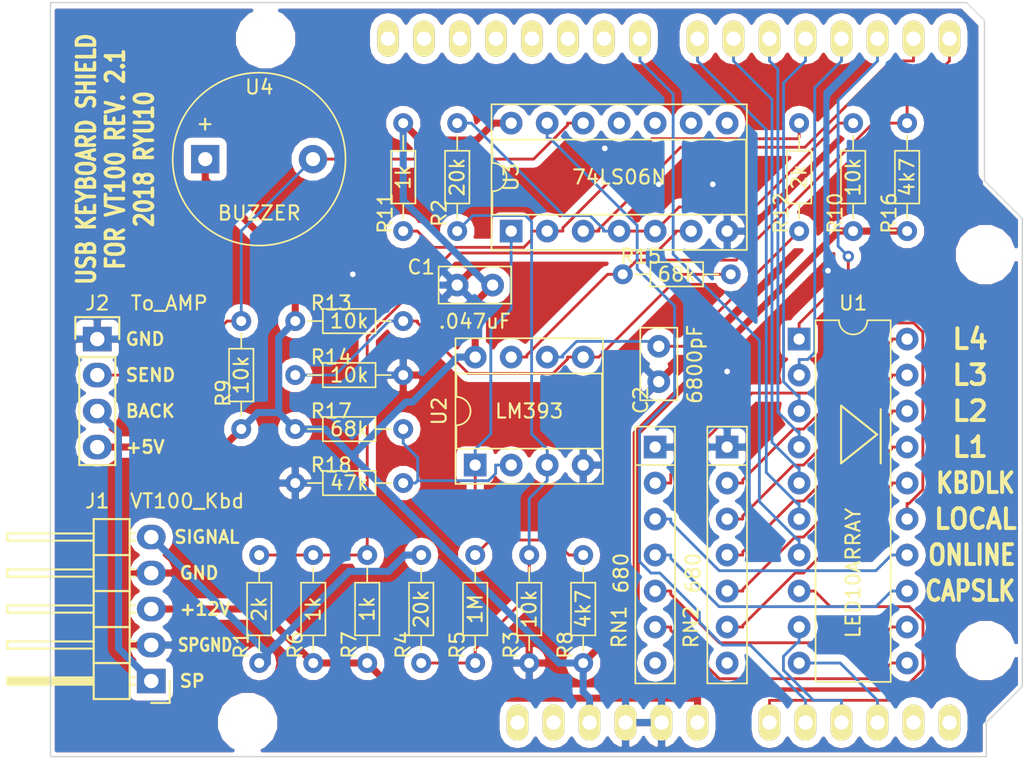
<source format=kicad_pcb>
(kicad_pcb (version 4) (host pcbnew 4.0.6)
  (layers (0 F.Cu signal) (31 B.Cu signal) (34 B.Paste user hide) (35 F.Paste user hide) (36 B.SilkS user) (37 F.SilkS user) (38 B.Mask user) (39 F.Mask user) (44 Edge.Cuts user))
  (net 0 "")
  (net 1 GND)
  (net 2 +5V)
  (net 3 "Net-(C2-Pad1)")
  (net 4 SP)
  (net 5 +12V)
  (net 6 /Signal)
  (net 7 /SND_SEND)
  (net 8 "Net-(R1-Pad1)")
  (net 9 "Net-(R2-Pad1)")
  (net 10 ~TX)
  (net 11 "Net-(R5-Pad1)")
  (net 12 "Net-(R11-Pad2)")
  (net 13 "Net-(R13-Pad2)")
  (net 14 RX)
  (net 15 "Net-(R17-Pad2)")
  (net 16 "Net-(RN1-Pad2)")
  (net 17 "Net-(RN1-Pad3)")
  (net 18 "Net-(RN1-Pad4)")
  (net 19 "Net-(RN1-Pad5)")
  (net 20 "Net-(RN1-Pad6)")
  (net 21 "Net-(RN1-Pad7)")
  (net 22 "Net-(RN2-Pad2)")
  (net 23 "Net-(RN2-Pad3)")
  (net 24 "Net-(RN2-Pad4)")
  (net 25 "Net-(RN2-Pad5)")
  (net 26 "Net-(RN2-Pad6)")
  (net 27 "Net-(RN2-Pad7)")
  (net 28 "Net-(SHIELD1-PadAD5)")
  (net 29 "Net-(SHIELD1-PadAD4)")
  (net 30 A3)
  (net 31 A0)
  (net 32 SND)
  (net 33 A2)
  (net 34 "Net-(SHIELD1-Pad3V3)")
  (net 35 "Net-(SHIELD1-PadRST)")
  (net 36 TX)
  (net 37 D2)
  (net 38 D3)
  (net 39 D4)
  (net 40 D5)
  (net 41 D6)
  (net 42 D7)
  (net 43 D8)
  (net 44 "Net-(SHIELD1-Pad9)")
  (net 45 "Net-(SHIELD1-Pad10)")
  (net 46 "Net-(SHIELD1-Pad11)")
  (net 47 "Net-(SHIELD1-Pad12)")
  (net 48 "Net-(SHIELD1-Pad13)")
  (net 49 "Net-(SHIELD1-PadGND3)")
  (net 50 "Net-(SHIELD1-PadAREF)")
  (module Capacitors_THT:C_Disc_D5.0mm_W2.5mm_P2.50mm (layer F.Cu) (at 161.29 92.71)
    (fp_text reference C1 (at -2.54 -1.27) (layer F.SilkS))
    (fp_text value .047uF (at 1.25 2.56) (layer F.SilkS))
    (pad 1 thru_hole circle (at 0 0) (size 1.6 1.6) (drill 0.8) (layers *.Cu *.Mask) (net 1 GND))
    (pad 2 thru_hole circle (at 2.5 0) (size 1.6 1.6) (drill 0.8) (layers *.Cu *.Mask) (net 2 +5V))
  )
  (module Capacitors_THT:C_Disc_D5.0mm_W2.5mm_P2.50mm (layer F.Cu) (at 175.514 97.028 270)
    (fp_text reference C2 (at 3.81 1.27 270) (layer F.SilkS))
    (fp_text value 6800pF (at 1.27 -2.54 270) (layer F.SilkS))
    (pad 1 thru_hole circle (at 0 0 270) (size 1.6 1.6) (drill 0.8) (layers *.Cu *.Mask) (net 3 "Net-(C2-Pad1)"))
    (pad 2 thru_hole circle (at 2.5 0 270) (size 1.6 1.6) (drill 0.8) (layers *.Cu *.Mask) (net 1 GND))
  )
  (module Pin_Headers:Pin_Header_Angled_1x05 (layer F.Cu) (at 139.7 120.65 180)
    (fp_text reference J1 (at 3.81 12.7 180) (layer F.SilkS))
    (fp_text value VT100_Kbd (at -2.54 12.7 180) (layer F.SilkS))
    (pad 1 thru_hole rect (at 0 0 180) (size 2.032 1.7272) (drill 1.016) (layers *.Cu *.Mask) (net 4 SP))
    (pad 2 thru_hole oval (at 0 2.54 180) (size 2.032 1.7272) (drill 1.016) (layers *.Cu *.Mask) (net 1 GND))
    (pad 3 thru_hole oval (at 0 5.08 180) (size 2.032 1.7272) (drill 1.016) (layers *.Cu *.Mask) (net 5 +12V))
    (pad 4 thru_hole oval (at 0 7.62 180) (size 2.032 1.7272) (drill 1.016) (layers *.Cu *.Mask) (net 1 GND))
    (pad 5 thru_hole oval (at 0 10.16 180) (size 2.032 1.7272) (drill 1.016) (layers *.Cu *.Mask) (net 6 /Signal))
  )
  (module Pin_Headers:Pin_Header_Straight_1x04 (layer F.Cu) (at 135.89 96.52)
    (fp_text reference J2 (at 0 -2.54) (layer F.SilkS))
    (fp_text value To_AMP (at 5.08 -2.54) (layer F.SilkS))
    (pad 1 thru_hole rect (at 0 0) (size 2.032 1.7272) (drill 1.016) (layers *.Cu *.Mask) (net 1 GND))
    (pad 2 thru_hole oval (at 0 2.54) (size 2.032 1.7272) (drill 1.016) (layers *.Cu *.Mask) (net 7 /SND_SEND))
    (pad 3 thru_hole oval (at 0 5.08) (size 2.032 1.7272) (drill 1.016) (layers *.Cu *.Mask) (net 4 SP))
    (pad 4 thru_hole oval (at 0 7.62) (size 2.032 1.7272) (drill 1.016) (layers *.Cu *.Mask) (net 2 +5V))
  )
  (module Resistors_THT:R_Axial_DIN0204_L3.6mm_D1.6mm_P7.62mm_Horizontal (layer F.Cu) (at 147.32 111.76 270)
    (fp_text reference R1 (at 6.35 1.27 270) (layer F.SilkS))
    (fp_text value 2k (at 3.81 0 270) (layer F.SilkS))
    (pad 1 thru_hole circle (at 0 0 270) (size 1.4 1.4) (drill 0.7) (layers *.Cu *.Mask) (net 8 "Net-(R1-Pad1)"))
    (pad 2 thru_hole oval (at 7.62 0 270) (size 1.4 1.4) (drill 0.7) (layers *.Cu *.Mask) (net 6 /Signal))
  )
  (module Resistors_THT:R_Axial_DIN0204_L3.6mm_D1.6mm_P7.62mm_Horizontal (layer F.Cu) (at 161.29 88.9 90)
    (fp_text reference R2 (at 1.27 -1.27 90) (layer F.SilkS))
    (fp_text value 20k (at 3.81 0 90) (layer F.SilkS))
    (pad 1 thru_hole circle (at 0 0 90) (size 1.4 1.4) (drill 0.7) (layers *.Cu *.Mask) (net 9 "Net-(R2-Pad1)"))
    (pad 2 thru_hole oval (at 7.62 0 90) (size 1.4 1.4) (drill 0.7) (layers *.Cu *.Mask) (net 10 ~TX))
  )
  (module Resistors_THT:R_Axial_DIN0204_L3.6mm_D1.6mm_P7.62mm_Horizontal (layer F.Cu) (at 166.37 111.76 270)
    (fp_text reference R3 (at 6.35 1.27 270) (layer F.SilkS))
    (fp_text value 10k (at 3.81 0 270) (layer F.SilkS))
    (pad 1 thru_hole circle (at 0 0 270) (size 1.4 1.4) (drill 0.7) (layers *.Cu *.Mask) (net 9 "Net-(R2-Pad1)"))
    (pad 2 thru_hole oval (at 7.62 0 270) (size 1.4 1.4) (drill 0.7) (layers *.Cu *.Mask) (net 1 GND))
  )
  (module Resistors_THT:R_Axial_DIN0204_L3.6mm_D1.6mm_P7.62mm_Horizontal (layer F.Cu) (at 158.75 119.38 90)
    (fp_text reference R4 (at 1.27 -1.27 90) (layer F.SilkS))
    (fp_text value 20k (at 3.81 0 90) (layer F.SilkS))
    (pad 1 thru_hole circle (at 0 0 90) (size 1.4 1.4) (drill 0.7) (layers *.Cu *.Mask) (net 9 "Net-(R2-Pad1)"))
    (pad 2 thru_hole oval (at 7.62 0 90) (size 1.4 1.4) (drill 0.7) (layers *.Cu *.Mask) (net 6 /Signal))
  )
  (module Resistors_THT:R_Axial_DIN0204_L3.6mm_D1.6mm_P7.62mm_Horizontal (layer F.Cu) (at 162.56 111.76 270)
    (fp_text reference R5 (at 6.35 1.27 270) (layer F.SilkS))
    (fp_text value 1M (at 3.81 0 270) (layer F.SilkS))
    (pad 1 thru_hole circle (at 0 0 270) (size 1.4 1.4) (drill 0.7) (layers *.Cu *.Mask) (net 11 "Net-(R5-Pad1)"))
    (pad 2 thru_hole oval (at 7.62 0 270) (size 1.4 1.4) (drill 0.7) (layers *.Cu *.Mask) (net 9 "Net-(R2-Pad1)"))
  )
  (module Resistors_THT:R_Axial_DIN0204_L3.6mm_D1.6mm_P7.62mm_Horizontal (layer F.Cu) (at 151.13 119.38 90)
    (fp_text reference R6 (at 1.27 -1.27 90) (layer F.SilkS))
    (fp_text value 1k (at 3.81 0 90) (layer F.SilkS))
    (pad 1 thru_hole circle (at 0 0 90) (size 1.4 1.4) (drill 0.7) (layers *.Cu *.Mask) (net 5 +12V))
    (pad 2 thru_hole oval (at 7.62 0 90) (size 1.4 1.4) (drill 0.7) (layers *.Cu *.Mask) (net 8 "Net-(R1-Pad1)"))
  )
  (module Resistors_THT:R_Axial_DIN0204_L3.6mm_D1.6mm_P7.62mm_Horizontal (layer F.Cu) (at 154.94 119.38 90)
    (fp_text reference R7 (at 1.27 -1.27 90) (layer F.SilkS))
    (fp_text value 1k (at 3.81 0 90) (layer F.SilkS))
    (pad 1 thru_hole circle (at 0 0 90) (size 1.4 1.4) (drill 0.7) (layers *.Cu *.Mask) (net 5 +12V))
    (pad 2 thru_hole oval (at 7.62 0 90) (size 1.4 1.4) (drill 0.7) (layers *.Cu *.Mask) (net 8 "Net-(R1-Pad1)"))
  )
  (module Resistors_THT:R_Axial_DIN0204_L3.6mm_D1.6mm_P7.62mm_Horizontal (layer F.Cu) (at 170.18 119.38 90)
    (fp_text reference R8 (at 1.27 -1.27 90) (layer F.SilkS))
    (fp_text value 4k7 (at 3.81 0 90) (layer F.SilkS))
    (pad 1 thru_hole circle (at 0 0 90) (size 1.4 1.4) (drill 0.7) (layers *.Cu *.Mask) (net 2 +5V))
    (pad 2 thru_hole oval (at 7.62 0 90) (size 1.4 1.4) (drill 0.7) (layers *.Cu *.Mask) (net 11 "Net-(R5-Pad1)"))
  )
  (module Resistors_THT:R_Axial_DIN0204_L3.6mm_D1.6mm_P7.62mm_Horizontal (layer F.Cu) (at 146.05 102.87 90)
    (fp_text reference R9 (at 2.54 -1.27 90) (layer F.SilkS))
    (fp_text value 10k (at 3.81 0 90) (layer F.SilkS))
    (pad 1 thru_hole circle (at 0 0 90) (size 1.4 1.4) (drill 0.7) (layers *.Cu *.Mask) (net 2 +5V))
    (pad 2 thru_hole oval (at 7.62 0 90) (size 1.4 1.4) (drill 0.7) (layers *.Cu *.Mask) (net 7 /SND_SEND))
  )
  (module Resistors_THT:R_Axial_DIN0204_L3.6mm_D1.6mm_P7.62mm_Horizontal (layer F.Cu) (at 189.23 88.9 90)
    (fp_text reference R10 (at 1.27 -1.27 90) (layer F.SilkS))
    (fp_text value 10k (at 3.81 0 90) (layer F.SilkS))
    (pad 1 thru_hole circle (at 0 0 90) (size 1.4 1.4) (drill 0.7) (layers *.Cu *.Mask) (net 2 +5V))
    (pad 2 thru_hole oval (at 7.62 0 90) (size 1.4 1.4) (drill 0.7) (layers *.Cu *.Mask) (net 10 ~TX))
  )
  (module Resistors_THT:R_Axial_DIN0204_L3.6mm_D1.6mm_P7.62mm_Horizontal (layer F.Cu) (at 157.48 81.28 270)
    (fp_text reference R11 (at 6.35 1.27 270) (layer F.SilkS))
    (fp_text value 1k (at 3.81 0 270) (layer F.SilkS))
    (pad 1 thru_hole circle (at 0 0 270) (size 1.4 1.4) (drill 0.7) (layers *.Cu *.Mask) (net 2 +5V))
    (pad 2 thru_hole oval (at 7.62 0 270) (size 1.4 1.4) (drill 0.7) (layers *.Cu *.Mask) (net 12 "Net-(R11-Pad2)"))
  )
  (module Resistors_THT:R_Axial_DIN0204_L3.6mm_D1.6mm_P7.62mm_Horizontal (layer F.Cu) (at 185.42 88.9 90)
    (fp_text reference R12 (at 1.27 -1.27 90) (layer F.SilkS))
    (fp_text value 2k (at 3.81 0 90) (layer F.SilkS))
    (pad 1 thru_hole circle (at 0 0 90) (size 1.4 1.4) (drill 0.7) (layers *.Cu *.Mask) (net 3 "Net-(C2-Pad1)"))
    (pad 2 thru_hole oval (at 7.62 0 90) (size 1.4 1.4) (drill 0.7) (layers *.Cu *.Mask) (net 12 "Net-(R11-Pad2)"))
  )
  (module Resistors_THT:R_Axial_DIN0204_L3.6mm_D1.6mm_P7.62mm_Horizontal (layer F.Cu) (at 149.86 95.25)
    (fp_text reference R13 (at 2.54 -1.27) (layer F.SilkS))
    (fp_text value 10k (at 3.81 0) (layer F.SilkS))
    (pad 1 thru_hole circle (at 0 0) (size 1.4 1.4) (drill 0.7) (layers *.Cu *.Mask) (net 2 +5V))
    (pad 2 thru_hole oval (at 7.62 0) (size 1.4 1.4) (drill 0.7) (layers *.Cu *.Mask) (net 13 "Net-(R13-Pad2)"))
  )
  (module Resistors_THT:R_Axial_DIN0204_L3.6mm_D1.6mm_P7.62mm_Horizontal (layer F.Cu) (at 149.86 99.06)
    (fp_text reference R14 (at 2.54 -1.27) (layer F.SilkS))
    (fp_text value 10k (at 3.81 0) (layer F.SilkS))
    (pad 1 thru_hole circle (at 0 0) (size 1.4 1.4) (drill 0.7) (layers *.Cu *.Mask) (net 13 "Net-(R13-Pad2)"))
    (pad 2 thru_hole oval (at 7.62 0) (size 1.4 1.4) (drill 0.7) (layers *.Cu *.Mask) (net 1 GND))
  )
  (module Resistors_THT:R_Axial_DIN0204_L3.6mm_D1.6mm_P7.62mm_Horizontal (layer F.Cu) (at 172.974 91.948)
    (fp_text reference R15 (at 1.27 -1.27) (layer F.SilkS))
    (fp_text value 68k (at 3.81 0) (layer F.SilkS))
    (pad 1 thru_hole circle (at 0 0) (size 1.4 1.4) (drill 0.7) (layers *.Cu *.Mask) (net 14 RX))
    (pad 2 thru_hole oval (at 7.62 0) (size 1.4 1.4) (drill 0.7) (layers *.Cu *.Mask) (net 13 "Net-(R13-Pad2)"))
  )
  (module Resistors_THT:R_Axial_DIN0204_L3.6mm_D1.6mm_P7.62mm_Horizontal (layer F.Cu) (at 193.04 88.9 90)
    (fp_text reference R16 (at 1.27 -1.27 90) (layer F.SilkS))
    (fp_text value 4k7 (at 3.81 0 90) (layer F.SilkS))
    (pad 1 thru_hole circle (at 0 0 90) (size 1.4 1.4) (drill 0.7) (layers *.Cu *.Mask) (net 2 +5V))
    (pad 2 thru_hole oval (at 7.62 0 90) (size 1.4 1.4) (drill 0.7) (layers *.Cu *.Mask) (net 14 RX))
  )
  (module Resistors_THT:R_Axial_DIN0204_L3.6mm_D1.6mm_P7.62mm_Horizontal (layer F.Cu) (at 149.86 102.87)
    (fp_text reference R17 (at 2.54 -1.27) (layer F.SilkS))
    (fp_text value 68k (at 3.81 0) (layer F.SilkS))
    (pad 1 thru_hole circle (at 0 0) (size 1.4 1.4) (drill 0.7) (layers *.Cu *.Mask) (net 2 +5V))
    (pad 2 thru_hole oval (at 7.62 0) (size 1.4 1.4) (drill 0.7) (layers *.Cu *.Mask) (net 15 "Net-(R17-Pad2)"))
  )
  (module Resistors_THT:R_Axial_DIN0204_L3.6mm_D1.6mm_P7.62mm_Horizontal (layer F.Cu) (at 157.48 106.68 180)
    (fp_text reference R18 (at 5.08 1.27 180) (layer F.SilkS))
    (fp_text value 47k (at 3.81 0 180) (layer F.SilkS))
    (pad 1 thru_hole circle (at 0 0 180) (size 1.4 1.4) (drill 0.7) (layers *.Cu *.Mask) (net 15 "Net-(R17-Pad2)"))
    (pad 2 thru_hole oval (at 7.62 0 180) (size 1.4 1.4) (drill 0.7) (layers *.Cu *.Mask) (net 1 GND))
  )
  (module Resistors_THT:R_Array_SIP7 (layer F.Cu) (at 175.26 104.14 270)
    (fp_text reference RN1 (at 12.7 2.54 270) (layer F.SilkS))
    (fp_text value 680 (at 8.89 2.4 270) (layer F.SilkS))
    (pad 1 thru_hole rect (at 0 0 270) (size 1.6 1.6) (drill 0.8) (layers *.Cu *.Mask) (net 1 GND))
    (pad 2 thru_hole oval (at 2.54 0 270) (size 1.6 1.6) (drill 0.8) (layers *.Cu *.Mask) (net 16 "Net-(RN1-Pad2)"))
    (pad 3 thru_hole oval (at 5.08 0 270) (size 1.6 1.6) (drill 0.8) (layers *.Cu *.Mask) (net 17 "Net-(RN1-Pad3)"))
    (pad 4 thru_hole oval (at 7.62 0 270) (size 1.6 1.6) (drill 0.8) (layers *.Cu *.Mask) (net 18 "Net-(RN1-Pad4)"))
    (pad 5 thru_hole oval (at 10.16 0 270) (size 1.6 1.6) (drill 0.8) (layers *.Cu *.Mask) (net 19 "Net-(RN1-Pad5)"))
    (pad 6 thru_hole oval (at 12.7 0 270) (size 1.6 1.6) (drill 0.8) (layers *.Cu *.Mask) (net 20 "Net-(RN1-Pad6)"))
    (pad 7 thru_hole oval (at 15.24 0 270) (size 1.6 1.6) (drill 0.8) (layers *.Cu *.Mask) (net 21 "Net-(RN1-Pad7)"))
  )
  (module Resistors_THT:R_Array_SIP7 (layer F.Cu) (at 180.34 104.14 270)
    (fp_text reference RN2 (at 12.7 2.54 270) (layer F.SilkS))
    (fp_text value 680 (at 8.89 2.4 270) (layer F.SilkS))
    (pad 1 thru_hole rect (at 0 0 270) (size 1.6 1.6) (drill 0.8) (layers *.Cu *.Mask) (net 1 GND))
    (pad 2 thru_hole oval (at 2.54 0 270) (size 1.6 1.6) (drill 0.8) (layers *.Cu *.Mask) (net 22 "Net-(RN2-Pad2)"))
    (pad 3 thru_hole oval (at 5.08 0 270) (size 1.6 1.6) (drill 0.8) (layers *.Cu *.Mask) (net 23 "Net-(RN2-Pad3)"))
    (pad 4 thru_hole oval (at 7.62 0 270) (size 1.6 1.6) (drill 0.8) (layers *.Cu *.Mask) (net 24 "Net-(RN2-Pad4)"))
    (pad 5 thru_hole oval (at 10.16 0 270) (size 1.6 1.6) (drill 0.8) (layers *.Cu *.Mask) (net 25 "Net-(RN2-Pad5)"))
    (pad 6 thru_hole oval (at 12.7 0 270) (size 1.6 1.6) (drill 0.8) (layers *.Cu *.Mask) (net 26 "Net-(RN2-Pad6)"))
    (pad 7 thru_hole oval (at 15.24 0 270) (size 1.6 1.6) (drill 0.8) (layers *.Cu *.Mask) (net 27 "Net-(RN2-Pad7)"))
  )
  (module usbkbd_vt100:ARDUINO_SHIELD_NOICSP (layer F.Cu) (at 132.53 126.121)
    (fp_text reference SHIELD1 hide)
    (fp_text value ARDUINO_FOOTPRINT hide)
    (pad AD5 thru_hole oval (at 63.5 -2.54 90) (size 2.54 1.524) (drill 1.016) (layers *.Cu *.Mask F.SilkS) (net 28 "Net-(SHIELD1-PadAD5)"))
    (pad AD4 thru_hole oval (at 60.96 -2.54 90) (size 2.54 1.524) (drill 1.016) (layers *.Cu *.Mask F.SilkS) (net 29 "Net-(SHIELD1-PadAD4)"))
    (pad AD3 thru_hole oval (at 58.42 -2.54 90) (size 2.54 1.524) (drill 1.016) (layers *.Cu *.Mask F.SilkS) (net 30 A3))
    (pad AD0 thru_hole oval (at 50.8 -2.54 90) (size 2.54 1.524) (drill 1.016) (layers *.Cu *.Mask F.SilkS) (net 31 A0))
    (pad AD1 thru_hole oval (at 53.34 -2.54 90) (size 2.54 1.524) (drill 1.016) (layers *.Cu *.Mask F.SilkS) (net 32 SND))
    (pad AD2 thru_hole oval (at 55.88 -2.54 90) (size 2.54 1.524) (drill 1.016) (layers *.Cu *.Mask F.SilkS) (net 33 A2))
    (pad V_IN thru_hole oval (at 45.72 -2.54 90) (size 2.54 1.524) (drill 1.016) (layers *.Cu *.Mask F.SilkS) (net 5 +12V))
    (pad GND2 thru_hole oval (at 43.18 -2.54 90) (size 2.54 1.524) (drill 1.016) (layers *.Cu *.Mask F.SilkS) (net 1 GND))
    (pad GND1 thru_hole oval (at 40.64 -2.54 90) (size 2.54 1.524) (drill 1.016) (layers *.Cu *.Mask F.SilkS) (net 1 GND))
    (pad 3V3 thru_hole oval (at 35.56 -2.54 90) (size 2.54 1.524) (drill 1.016) (layers *.Cu *.Mask F.SilkS) (net 34 "Net-(SHIELD1-Pad3V3)"))
    (pad RST thru_hole oval (at 33.02 -2.54 90) (size 2.54 1.524) (drill 1.016) (layers *.Cu *.Mask F.SilkS) (net 35 "Net-(SHIELD1-PadRST)"))
    (pad 0 thru_hole oval (at 63.5 -50.8 90) (size 2.54 1.524) (drill 1.016) (layers *.Cu *.Mask F.SilkS) (net 14 RX))
    (pad 1 thru_hole oval (at 60.96 -50.8 90) (size 2.54 1.524) (drill 1.016) (layers *.Cu *.Mask F.SilkS) (net 36 TX))
    (pad 2 thru_hole oval (at 58.42 -50.8 90) (size 2.54 1.524) (drill 1.016) (layers *.Cu *.Mask F.SilkS) (net 37 D2))
    (pad 3 thru_hole oval (at 55.88 -50.8 90) (size 2.54 1.524) (drill 1.016) (layers *.Cu *.Mask F.SilkS) (net 38 D3))
    (pad 4 thru_hole oval (at 53.34 -50.8 90) (size 2.54 1.524) (drill 1.016) (layers *.Cu *.Mask F.SilkS) (net 39 D4))
    (pad 5 thru_hole oval (at 50.8 -50.8 90) (size 2.54 1.524) (drill 1.016) (layers *.Cu *.Mask F.SilkS) (net 40 D5))
    (pad 6 thru_hole oval (at 48.26 -50.8 90) (size 2.54 1.524) (drill 1.016) (layers *.Cu *.Mask F.SilkS) (net 41 D6))
    (pad 7 thru_hole oval (at 45.72 -50.8 90) (size 2.54 1.524) (drill 1.016) (layers *.Cu *.Mask F.SilkS) (net 42 D7))
    (pad 8 thru_hole oval (at 41.656 -50.8 90) (size 2.54 1.524) (drill 1.016) (layers *.Cu *.Mask F.SilkS) (net 43 D8))
    (pad 9 thru_hole oval (at 39.116 -50.8 90) (size 2.54 1.524) (drill 1.016) (layers *.Cu *.Mask F.SilkS) (net 44 "Net-(SHIELD1-Pad9)"))
    (pad 10 thru_hole oval (at 36.576 -50.8 90) (size 2.54 1.524) (drill 1.016) (layers *.Cu *.Mask F.SilkS) (net 45 "Net-(SHIELD1-Pad10)"))
    (pad 11 thru_hole oval (at 34.036 -50.8 90) (size 2.54 1.524) (drill 1.016) (layers *.Cu *.Mask F.SilkS) (net 46 "Net-(SHIELD1-Pad11)"))
    (pad 12 thru_hole oval (at 31.496 -50.8 90) (size 2.54 1.524) (drill 1.016) (layers *.Cu *.Mask F.SilkS) (net 47 "Net-(SHIELD1-Pad12)"))
    (pad 13 thru_hole oval (at 28.956 -50.8 90) (size 2.54 1.524) (drill 1.016) (layers *.Cu *.Mask F.SilkS) (net 48 "Net-(SHIELD1-Pad13)"))
    (pad GND3 thru_hole oval (at 26.416 -50.8 90) (size 2.54 1.524) (drill 1.016) (layers *.Cu *.Mask F.SilkS) (net 49 "Net-(SHIELD1-PadGND3)"))
    (pad AREF thru_hole oval (at 23.876 -50.8 90) (size 2.54 1.524) (drill 1.016) (layers *.Cu *.Mask F.SilkS) (net 50 "Net-(SHIELD1-PadAREF)"))
    (pad 5V thru_hole oval (at 38.1 -2.54 90) (size 2.54 1.524) (drill 1.016) (layers *.Cu *.Mask F.SilkS) (net 2 +5V))
    (pad "" np_thru_hole circle (at 66.04 -7.62 90) (size 3.175 3.175) (drill 3.175) (layers *.Cu *.Mask F.SilkS))
    (pad "" np_thru_hole circle (at 66.04 -35.56 90) (size 3.175 3.175) (drill 3.175) (layers *.Cu *.Mask F.SilkS))
    (pad "" np_thru_hole circle (at 15.24 -50.8 90) (size 3.175 3.175) (drill 3.175) (layers *.Cu *.Mask F.SilkS))
    (pad "" np_thru_hole circle (at 13.97 -2.54 90) (size 3.175 3.175) (drill 3.175) (layers *.Cu *.Mask F.SilkS))
  )
  (module Housings_DIP:DIP-20_W7.62mm (layer F.Cu) (at 185.42 96.52)
    (fp_text reference U1 (at 3.81 -2.54) (layer F.SilkS))
    (fp_text value LED10ARRAY (at 3.81 16.51 90) (layer F.SilkS))
    (pad 1 thru_hole rect (at 0 0) (size 1.6 1.6) (drill 0.8) (layers *.Cu *.Mask) (net 37 D2))
    (pad 11 thru_hole oval (at 7.62 22.86) (size 1.6 1.6) (drill 0.8) (layers *.Cu *.Mask) (net 20 "Net-(RN1-Pad6)"))
    (pad 2 thru_hole oval (at 0 2.54) (size 1.6 1.6) (drill 0.8) (layers *.Cu *.Mask) (net 38 D3))
    (pad 12 thru_hole oval (at 7.62 20.32) (size 1.6 1.6) (drill 0.8) (layers *.Cu *.Mask) (net 19 "Net-(RN1-Pad5)"))
    (pad 3 thru_hole oval (at 0 5.08) (size 1.6 1.6) (drill 0.8) (layers *.Cu *.Mask) (net 39 D4))
    (pad 13 thru_hole oval (at 7.62 17.78) (size 1.6 1.6) (drill 0.8) (layers *.Cu *.Mask) (net 18 "Net-(RN1-Pad4)"))
    (pad 4 thru_hole oval (at 0 7.62) (size 1.6 1.6) (drill 0.8) (layers *.Cu *.Mask) (net 40 D5))
    (pad 14 thru_hole oval (at 7.62 15.24) (size 1.6 1.6) (drill 0.8) (layers *.Cu *.Mask) (net 17 "Net-(RN1-Pad3)"))
    (pad 5 thru_hole oval (at 0 10.16) (size 1.6 1.6) (drill 0.8) (layers *.Cu *.Mask) (net 41 D6))
    (pad 15 thru_hole oval (at 7.62 12.7) (size 1.6 1.6) (drill 0.8) (layers *.Cu *.Mask) (net 16 "Net-(RN1-Pad2)"))
    (pad 6 thru_hole oval (at 0 12.7) (size 1.6 1.6) (drill 0.8) (layers *.Cu *.Mask) (net 42 D7))
    (pad 16 thru_hole oval (at 7.62 10.16) (size 1.6 1.6) (drill 0.8) (layers *.Cu *.Mask) (net 26 "Net-(RN2-Pad6)"))
    (pad 7 thru_hole oval (at 0 15.24) (size 1.6 1.6) (drill 0.8) (layers *.Cu *.Mask) (net 43 D8))
    (pad 17 thru_hole oval (at 7.62 7.62) (size 1.6 1.6) (drill 0.8) (layers *.Cu *.Mask) (net 25 "Net-(RN2-Pad5)"))
    (pad 8 thru_hole oval (at 0 17.78) (size 1.6 1.6) (drill 0.8) (layers *.Cu *.Mask) (net 31 A0))
    (pad 18 thru_hole oval (at 7.62 5.08) (size 1.6 1.6) (drill 0.8) (layers *.Cu *.Mask) (net 24 "Net-(RN2-Pad4)"))
    (pad 9 thru_hole oval (at 0 20.32) (size 1.6 1.6) (drill 0.8) (layers *.Cu *.Mask) (net 33 A2))
    (pad 19 thru_hole oval (at 7.62 2.54) (size 1.6 1.6) (drill 0.8) (layers *.Cu *.Mask) (net 23 "Net-(RN2-Pad3)"))
    (pad 10 thru_hole oval (at 0 22.86) (size 1.6 1.6) (drill 0.8) (layers *.Cu *.Mask) (net 30 A3))
    (pad 20 thru_hole oval (at 7.62 0) (size 1.6 1.6) (drill 0.8) (layers *.Cu *.Mask) (net 22 "Net-(RN2-Pad2)"))
  )
  (module Housings_DIP:DIP-8_W7.62mm_Socket (layer F.Cu) (at 162.56 105.41 90)
    (fp_text reference U2 (at 3.81 -2.54 90) (layer F.SilkS))
    (fp_text value LM393 (at 3.81 3.81 180) (layer F.SilkS))
    (pad 1 thru_hole rect (at 0 0 90) (size 1.6 1.6) (drill 0.8) (layers *.Cu *.Mask) (net 11 "Net-(R5-Pad1)"))
    (pad 5 thru_hole oval (at 7.62 7.62 90) (size 1.6 1.6) (drill 0.8) (layers *.Cu *.Mask) (net 13 "Net-(R13-Pad2)"))
    (pad 2 thru_hole oval (at 0 2.54 90) (size 1.6 1.6) (drill 0.8) (layers *.Cu *.Mask) (net 15 "Net-(R17-Pad2)"))
    (pad 6 thru_hole oval (at 7.62 5.08 90) (size 1.6 1.6) (drill 0.8) (layers *.Cu *.Mask) (net 3 "Net-(C2-Pad1)"))
    (pad 3 thru_hole oval (at 0 5.08 90) (size 1.6 1.6) (drill 0.8) (layers *.Cu *.Mask) (net 9 "Net-(R2-Pad1)"))
    (pad 7 thru_hole oval (at 7.62 2.54 90) (size 1.6 1.6) (drill 0.8) (layers *.Cu *.Mask) (net 14 RX))
    (pad 4 thru_hole oval (at 0 7.62 90) (size 1.6 1.6) (drill 0.8) (layers *.Cu *.Mask) (net 1 GND))
    (pad 8 thru_hole oval (at 7.62 0 90) (size 1.6 1.6) (drill 0.8) (layers *.Cu *.Mask) (net 2 +5V))
  )
  (module Housings_DIP:DIP-14_W7.62mm_Socket (layer F.Cu) (at 165.1 88.9 90)
    (fp_text reference U3 (at 3.81 0 90) (layer F.SilkS))
    (fp_text value 74LS06N (at 3.81 7.62 180) (layer F.SilkS))
    (pad 1 thru_hole rect (at 0 0 90) (size 1.6 1.6) (drill 0.8) (layers *.Cu *.Mask) (net 11 "Net-(R5-Pad1)"))
    (pad 8 thru_hole oval (at 7.62 15.24 90) (size 1.6 1.6) (drill 0.8) (layers *.Cu *.Mask))
    (pad 2 thru_hole oval (at 0 2.54 90) (size 1.6 1.6) (drill 0.8) (layers *.Cu *.Mask) (net 12 "Net-(R11-Pad2)"))
    (pad 9 thru_hole oval (at 7.62 12.7 90) (size 1.6 1.6) (drill 0.8) (layers *.Cu *.Mask))
    (pad 3 thru_hole oval (at 0 5.08 90) (size 1.6 1.6) (drill 0.8) (layers *.Cu *.Mask) (net 36 TX))
    (pad 10 thru_hole oval (at 7.62 10.16 90) (size 1.6 1.6) (drill 0.8) (layers *.Cu *.Mask))
    (pad 4 thru_hole oval (at 0 7.62 90) (size 1.6 1.6) (drill 0.8) (layers *.Cu *.Mask) (net 10 ~TX))
    (pad 11 thru_hole oval (at 7.62 7.62 90) (size 1.6 1.6) (drill 0.8) (layers *.Cu *.Mask))
    (pad 5 thru_hole oval (at 0 10.16 90) (size 1.6 1.6) (drill 0.8) (layers *.Cu *.Mask) (net 10 ~TX))
    (pad 12 thru_hole oval (at 7.62 5.08 90) (size 1.6 1.6) (drill 0.8) (layers *.Cu *.Mask) (net 7 /SND_SEND))
    (pad 6 thru_hole oval (at 0 12.7 90) (size 1.6 1.6) (drill 0.8) (layers *.Cu *.Mask) (net 8 "Net-(R1-Pad1)"))
    (pad 13 thru_hole oval (at 7.62 2.54 90) (size 1.6 1.6) (drill 0.8) (layers *.Cu *.Mask) (net 32 SND))
    (pad 7 thru_hole oval (at 0 15.24 90) (size 1.6 1.6) (drill 0.8) (layers *.Cu *.Mask) (net 1 GND))
    (pad 14 thru_hole oval (at 7.62 0 90) (size 1.6 1.6) (drill 0.8) (layers *.Cu *.Mask) (net 2 +5V))
  )
  (module Buzzers_Beepers:Buzzer_12x9.5RM7.6 (layer F.Cu) (at 143.51 83.82)
    (fp_text reference U4 (at 3.81 -5.08) (layer F.SilkS))
    (fp_text value BUZZER (at 3.81 3.81) (layer F.SilkS))
    (fp_text user + (at -0.01 -2.54) (layer F.SilkS))
    (pad 1 thru_hole rect (at 0 0) (size 2 2) (drill 1) (layers *.Cu *.Mask) (net 2 +5V))
    (pad 2 thru_hole circle (at 7.6 0) (size 2 2) (drill 1) (layers *.Cu *.Mask) (net 7 /SND_SEND))
  )
  (module usbkbd_vt100:Diode_symbol (layer F.Cu) (at 189.484 103.124 180)
    (fp_text reference "" (at 0.5 -4 180) (layer F.SilkS))
    (fp_text value "")
  )
  (gr_line (start 197.231 72.771) (end 197.358 72.898) (angle 90) (layer Edge.Cuts) (width 0.1))
  (gr_line (start 132.588 72.771) (end 197.231 72.771) (angle 90) (layer Edge.Cuts) (width 0.1))
  (gr_line (start 132.588 125.984) (end 132.588 72.771) (angle 90) (layer Edge.Cuts) (width 0.1))
  (gr_line (start 198.628 125.984) (end 132.588 125.984) (angle 90) (layer Edge.Cuts) (width 0.1))
  (gr_line (start 198.628 123.571) (end 198.628 125.984) (angle 90) (layer Edge.Cuts) (width 0.1))
  (gr_line (start 201.168 121.031) (end 198.628 123.571) (angle 90) (layer Edge.Cuts) (width 0.1))
  (gr_line (start 201.168 88.011) (end 201.168 121.031) (angle 90) (layer Edge.Cuts) (width 0.1))
  (gr_line (start 198.501 85.344) (end 201.168 88.011) (angle 90) (layer Edge.Cuts) (width 0.1))
  (gr_line (start 198.501 74.041) (end 198.501 85.344) (angle 90) (layer Edge.Cuts) (width 0.1))
  (gr_line (start 197.358 72.898) (end 198.501 74.041) (angle 90) (layer Edge.Cuts) (width 0.1))
  (gr_text CAPSLK (at 197.485 114.3) (layer F.SilkS) (effects (font (size 1.397 1.1176) (thickness 0.2794))))
  (gr_text ONLINE (at 197.612 111.76) (layer F.SilkS) (effects (font (size 1.397 1.143) (thickness 0.2794))))
  (gr_text LOCAL (at 197.866 109.22) (layer F.SilkS) (effects (font (size 1.397 1.27) (thickness 0.2794))))
  (gr_text L1 (at 197.485 104.14) (layer F.SilkS) (effects (font (size 1.397 1.397) (thickness 0.2794))))
  (gr_text L2 (at 197.485 101.6) (layer F.SilkS) (effects (font (size 1.397 1.397) (thickness 0.2794))))
  (gr_text L3 (at 197.485 99.06) (layer F.SilkS) (effects (font (size 1.397 1.397) (thickness 0.2794))))
  (gr_text L4 (at 197.485 96.52) (layer F.SilkS) (effects (font (size 1.397 1.397) (thickness 0.2794))))
  (gr_text KBDLK (at 197.866 106.68) (layer F.SilkS) (effects (font (size 1.397 1.143) (thickness 0.2794))))
  (gr_text SP (at 141.605 120.65) (layer F.SilkS) (effects (font (size 0.889 0.889) (thickness 0.1778)) (justify left)))
  (gr_text SPGND (at 141.478 118.11) (layer F.SilkS) (effects (font (size 0.889 0.762) (thickness 0.1778)) (justify left)))
  (gr_text +12V (at 141.605 115.57) (layer F.SilkS) (effects (font (size 0.889 0.889) (thickness 0.1778)) (justify left)))
  (gr_text "SIGNAL\n" (at 141.224 110.49) (layer F.SilkS) (effects (font (size 0.889 0.889) (thickness 0.1778)) (justify left)))
  (gr_text GND (at 141.605 113.03) (layer F.SilkS) (effects (font (size 0.889 0.889) (thickness 0.1778)) (justify left)))
  (gr_text +5V (at 137.795 104.14) (layer F.SilkS) (effects (font (size 0.889 0.889) (thickness 0.1778)) (justify left)))
  (gr_text BACK (at 137.795 101.6) (layer F.SilkS) (effects (font (size 0.889 0.889) (thickness 0.1778)) (justify left)))
  (gr_text SEND (at 137.795 99.06) (layer F.SilkS) (effects (font (size 0.889 0.889) (thickness 0.1778)) (justify left)))
  (gr_text GND (at 137.795 96.52) (layer F.SilkS) (effects (font (size 0.889 0.889) (thickness 0.1778)) (justify left)))
  (gr_text "USB KEYBOARD SHIELD\nFOR VT100 REV. 2.1\n2018 RYU10" (at 137.16 83.82 90) (layer F.SilkS) (effects (font (size 1.27 1.016) (thickness 0.254))))
  (segment (start 180.34 104.14) (end 180.34 98.806) (width 0.5) (layer B.Cu) (net 1))
  (via (at 187.452 91.694) (size 0.8) (drill 0.4) (layers F.Cu B.Cu) (net 1))
  (segment (start 180.34 98.806) (end 187.452 91.694) (width 0.5) (layer F.Cu) (net 1))
  (via (at 180.34 98.806) (size 0.8) (drill 0.4) (layers F.Cu B.Cu) (net 1))
  (segment (start 180.34 88.9) (end 180.34 86.614) (width 0.5) (layer B.Cu) (net 1))
  (segment (start 154.686 92.71) (end 161.29 92.71) (width 0.5) (layer B.Cu) (net 1))
  (segment (start 153.924 91.948) (end 154.686 92.71) (width 0.5) (layer B.Cu) (net 1))
  (via (at 153.924 91.948) (size 0.8) (drill 0.4) (layers F.Cu B.Cu) (net 1))
  (segment (start 153.924 88.138) (end 153.924 91.948) (width 0.5) (layer F.Cu) (net 1))
  (segment (start 156.464 85.598) (end 153.924 88.138) (width 0.5) (layer F.Cu) (net 1))
  (segment (start 169.164 85.598) (end 156.464 85.598) (width 0.5) (layer F.Cu) (net 1))
  (segment (start 171.704 83.058) (end 169.164 85.598) (width 0.5) (layer F.Cu) (net 1))
  (via (at 171.704 83.058) (size 0.8) (drill 0.4) (layers F.Cu B.Cu) (net 1))
  (segment (start 172.974 83.058) (end 171.704 83.058) (width 0.5) (layer B.Cu) (net 1))
  (segment (start 175.514 85.598) (end 172.974 83.058) (width 0.5) (layer B.Cu) (net 1))
  (via (at 175.514 85.598) (size 0.8) (drill 0.4) (layers F.Cu B.Cu) (net 1))
  (segment (start 179.324 85.598) (end 175.514 85.598) (width 0.5) (layer F.Cu) (net 1))
  (via (at 179.324 85.598) (size 0.8) (drill 0.4) (layers F.Cu B.Cu) (net 1))
  (segment (start 180.34 86.614) (end 179.324 85.598) (width 0.5) (layer B.Cu) (net 1))
  (segment (start 193.04 88.9) (end 189.23 88.9) (width 0.5) (layer F.Cu) (net 2))
  (segment (start 144.78 104.14) (end 135.89 104.14) (width 0.5) (layer F.Cu) (net 2))
  (segment (start 146.05 102.87) (end 144.78 104.14) (width 0.5) (layer F.Cu) (net 2))
  (segment (start 170.18 121.4107) (end 170.63 121.8607) (width 0.5) (layer B.Cu) (net 2))
  (segment (start 170.18 119.38) (end 170.18 121.4107) (width 0.5) (layer B.Cu) (net 2))
  (segment (start 170.63 123.581) (end 170.63 121.8607) (width 0.5) (layer B.Cu) (net 2))
  (segment (start 147.2172 101.7028) (end 146.05 102.87) (width 0.5) (layer B.Cu) (net 2))
  (segment (start 148.6928 101.7028) (end 147.2172 101.7028) (width 0.5) (layer B.Cu) (net 2))
  (segment (start 148.6928 96.4172) (end 148.6928 101.7028) (width 0.5) (layer B.Cu) (net 2))
  (segment (start 149.86 95.25) (end 148.6928 96.4172) (width 0.5) (layer B.Cu) (net 2))
  (segment (start 148.6928 101.7028) (end 149.86 102.87) (width 0.5) (layer B.Cu) (net 2))
  (segment (start 149.86 91.6203) (end 149.86 95.25) (width 0.5) (layer F.Cu) (net 2))
  (segment (start 143.51 85.2703) (end 149.86 91.6203) (width 0.5) (layer F.Cu) (net 2))
  (segment (start 143.51 83.82) (end 143.51 85.2703) (width 0.5) (layer F.Cu) (net 2))
  (segment (start 162.56 93.94) (end 163.79 92.71) (width 0.5) (layer F.Cu) (net 2))
  (segment (start 162.56 97.79) (end 162.56 93.94) (width 0.5) (layer F.Cu) (net 2))
  (segment (start 162.56 97.79) (end 161.3097 97.79) (width 0.5) (layer B.Cu) (net 2))
  (segment (start 157.6667 100.965) (end 153.869 104.7627) (width 0.5) (layer B.Cu) (net 2))
  (segment (start 158.1347 100.965) (end 157.6667 100.965) (width 0.5) (layer B.Cu) (net 2))
  (segment (start 161.3097 97.79) (end 158.1347 100.965) (width 0.5) (layer B.Cu) (net 2))
  (segment (start 168.4862 119.38) (end 153.869 104.7627) (width 0.5) (layer B.Cu) (net 2))
  (segment (start 170.18 119.38) (end 168.4862 119.38) (width 0.5) (layer B.Cu) (net 2))
  (segment (start 151.9762 102.87) (end 149.86 102.87) (width 0.5) (layer B.Cu) (net 2))
  (segment (start 153.869 104.7627) (end 151.9762 102.87) (width 0.5) (layer B.Cu) (net 2))
  (segment (start 157.48 86.7274) (end 157.48 81.28) (width 0.5) (layer B.Cu) (net 2))
  (segment (start 163.4626 92.71) (end 157.48 86.7274) (width 0.5) (layer B.Cu) (net 2))
  (segment (start 163.79 92.71) (end 163.4626 92.71) (width 0.5) (layer B.Cu) (net 2))
  (segment (start 158.6729 82.4729) (end 157.48 81.28) (width 0.5) (layer F.Cu) (net 2))
  (segment (start 162.6568 82.4729) (end 158.6729 82.4729) (width 0.5) (layer F.Cu) (net 2))
  (segment (start 163.8497 81.28) (end 162.6568 82.4729) (width 0.5) (layer F.Cu) (net 2))
  (segment (start 165.1 81.28) (end 163.8497 81.28) (width 0.5) (layer F.Cu) (net 2))
  (segment (start 188.2033 88.9) (end 189.23 88.9) (width 0.5) (layer F.Cu) (net 2))
  (segment (start 173.9208 103.1825) (end 188.2033 88.9) (width 0.5) (layer F.Cu) (net 2))
  (segment (start 173.9208 115.6392) (end 173.9208 103.1825) (width 0.5) (layer F.Cu) (net 2))
  (segment (start 170.18 119.38) (end 173.9208 115.6392) (width 0.5) (layer F.Cu) (net 2))
  (segment (start 175.1682 96.6822) (end 175.514 97.028) (width 0.2) (layer B.Cu) (net 3))
  (segment (start 169.7106 96.6822) (end 175.1682 96.6822) (width 0.2) (layer B.Cu) (net 3))
  (segment (start 168.7403 97.6525) (end 169.7106 96.6822) (width 0.2) (layer B.Cu) (net 3))
  (segment (start 168.7403 97.79) (end 168.7403 97.6525) (width 0.2) (layer B.Cu) (net 3))
  (segment (start 167.64 97.79) (end 168.7403 97.79) (width 0.2) (layer B.Cu) (net 3))
  (segment (start 177.292 97.028) (end 175.514 97.028) (width 0.2) (layer F.Cu) (net 3))
  (segment (start 185.42 88.9) (end 177.292 97.028) (width 0.2) (layer F.Cu) (net 3))
  (segment (start 137.3858 118.3358) (end 139.7 120.65) (width 0.5) (layer B.Cu) (net 4))
  (segment (start 137.3858 103.0958) (end 137.3858 118.3358) (width 0.5) (layer B.Cu) (net 4))
  (segment (start 135.89 101.6) (end 137.3858 103.0958) (width 0.5) (layer B.Cu) (net 4))
  (segment (start 178.25 123.581) (end 178.25 121.8607) (width 0.5) (layer F.Cu) (net 5))
  (segment (start 147.32 115.57) (end 139.7 115.57) (width 0.5) (layer F.Cu) (net 5))
  (segment (start 151.13 119.38) (end 147.32 115.57) (width 0.5) (layer F.Cu) (net 5))
  (segment (start 157.4207 121.8607) (end 154.94 119.38) (width 0.5) (layer F.Cu) (net 5))
  (segment (start 178.25 121.8607) (end 157.4207 121.8607) (width 0.5) (layer F.Cu) (net 5))
  (segment (start 154.94 119.38) (end 151.13 119.38) (width 0.5) (layer F.Cu) (net 5))
  (segment (start 147.32 119.38) (end 147.8952 119.38) (width 0.5) (layer B.Cu) (net 6))
  (segment (start 153.6701 112.9103) (end 147.8952 118.6852) (width 0.5) (layer B.Cu) (net 6))
  (segment (start 156.4494 112.9103) (end 153.6701 112.9103) (width 0.5) (layer B.Cu) (net 6))
  (segment (start 157.5997 111.76) (end 156.4494 112.9103) (width 0.5) (layer B.Cu) (net 6))
  (segment (start 147.8952 119.38) (end 147.8952 118.6852) (width 0.5) (layer B.Cu) (net 6))
  (segment (start 147.8952 118.6852) (end 139.7 110.49) (width 0.5) (layer B.Cu) (net 6))
  (segment (start 158.75 111.76) (end 157.5997 111.76) (width 0.5) (layer B.Cu) (net 6))
  (segment (start 166.6772 83.82) (end 151.11 83.82) (width 0.2) (layer F.Cu) (net 7))
  (segment (start 169.0797 81.4175) (end 166.6772 83.82) (width 0.2) (layer F.Cu) (net 7))
  (segment (start 169.0797 81.28) (end 169.0797 81.4175) (width 0.2) (layer F.Cu) (net 7))
  (segment (start 170.18 81.28) (end 169.0797 81.28) (width 0.2) (layer F.Cu) (net 7))
  (segment (start 141.2397 99.06) (end 135.89 99.06) (width 0.2) (layer F.Cu) (net 7))
  (segment (start 145.0497 95.25) (end 141.2397 99.06) (width 0.2) (layer F.Cu) (net 7))
  (segment (start 146.05 95.25) (end 145.0497 95.25) (width 0.2) (layer F.Cu) (net 7))
  (segment (start 146.05 88.88) (end 146.05 95.25) (width 0.2) (layer B.Cu) (net 7))
  (segment (start 151.11 83.82) (end 146.05 88.88) (width 0.2) (layer B.Cu) (net 7))
  (segment (start 151.13 111.76) (end 147.32 111.76) (width 0.2) (layer F.Cu) (net 8))
  (segment (start 151.13 111.76) (end 152.1303 111.76) (width 0.2) (layer F.Cu) (net 8))
  (segment (start 154.94 111.76) (end 152.1303 111.76) (width 0.2) (layer F.Cu) (net 8))
  (segment (start 154.94 96.3593) (end 154.94 111.76) (width 0.2) (layer F.Cu) (net 8))
  (segment (start 160.8525 90.4468) (end 154.94 96.3593) (width 0.2) (layer F.Cu) (net 8))
  (segment (start 175.2904 90.4468) (end 160.8525 90.4468) (width 0.2) (layer F.Cu) (net 8))
  (segment (start 176.6997 89.0375) (end 175.2904 90.4468) (width 0.2) (layer F.Cu) (net 8))
  (segment (start 176.6997 88.9) (end 176.6997 89.0375) (width 0.2) (layer F.Cu) (net 8))
  (segment (start 177.8 88.9) (end 176.6997 88.9) (width 0.2) (layer F.Cu) (net 8))
  (segment (start 166.37 107.7803) (end 166.37 111.76) (width 0.2) (layer B.Cu) (net 9))
  (segment (start 167.64 106.5103) (end 166.37 107.7803) (width 0.2) (layer B.Cu) (net 9))
  (segment (start 158.75 119.38) (end 162.56 119.38) (width 0.2) (layer F.Cu) (net 9))
  (segment (start 166.37 114.5697) (end 166.37 111.76) (width 0.2) (layer F.Cu) (net 9))
  (segment (start 162.56 118.3797) (end 166.37 114.5697) (width 0.2) (layer F.Cu) (net 9))
  (segment (start 162.56 119.38) (end 162.56 118.3797) (width 0.2) (layer F.Cu) (net 9))
  (segment (start 167.64 105.9601) (end 167.64 106.5103) (width 0.2) (layer B.Cu) (net 9))
  (segment (start 167.64 105.9601) (end 167.64 105.41) (width 0.2) (layer B.Cu) (net 9))
  (segment (start 162.3904 87.7996) (end 161.29 88.9) (width 0.2) (layer B.Cu) (net 9))
  (segment (start 166.1016 87.7996) (end 162.3904 87.7996) (width 0.2) (layer B.Cu) (net 9))
  (segment (start 166.5397 88.2377) (end 166.1016 87.7996) (width 0.2) (layer B.Cu) (net 9))
  (segment (start 166.5397 103.2094) (end 166.5397 88.2377) (width 0.2) (layer B.Cu) (net 9))
  (segment (start 167.64 104.3097) (end 166.5397 103.2094) (width 0.2) (layer B.Cu) (net 9))
  (segment (start 167.64 105.41) (end 167.64 104.3097) (width 0.2) (layer B.Cu) (net 9))
  (segment (start 168.81 87.7997) (end 162.2903 81.28) (width 0.2) (layer B.Cu) (net 10))
  (segment (start 170.6571 87.7997) (end 168.81 87.7997) (width 0.2) (layer B.Cu) (net 10))
  (segment (start 171.6197 88.7623) (end 170.6571 87.7997) (width 0.2) (layer B.Cu) (net 10))
  (segment (start 171.6197 88.9) (end 171.6197 88.7623) (width 0.2) (layer B.Cu) (net 10))
  (segment (start 172.72 88.9) (end 171.6197 88.9) (width 0.2) (layer B.Cu) (net 10))
  (segment (start 161.29 81.28) (end 162.2903 81.28) (width 0.2) (layer B.Cu) (net 10))
  (segment (start 189.23 81.28) (end 188.2297 81.28) (width 0.2) (layer F.Cu) (net 10))
  (segment (start 172.72 88.9) (end 173.8203 88.9) (width 0.2) (layer F.Cu) (net 10))
  (segment (start 176.9611 87.1989) (end 175.26 88.9) (width 0.2) (layer F.Cu) (net 10))
  (segment (start 182.3108 87.1989) (end 176.9611 87.1989) (width 0.2) (layer F.Cu) (net 10))
  (segment (start 188.2297 81.28) (end 182.3108 87.1989) (width 0.2) (layer F.Cu) (net 10))
  (segment (start 175.26 88.9) (end 173.8203 88.9) (width 0.2) (layer F.Cu) (net 10))
  (segment (start 170.18 111.76) (end 169.1797 111.76) (width 0.2) (layer F.Cu) (net 11))
  (segment (start 163.6603 103.2094) (end 162.56 104.3097) (width 0.2) (layer B.Cu) (net 11))
  (segment (start 163.6603 95.8482) (end 163.6603 103.2094) (width 0.2) (layer B.Cu) (net 11))
  (segment (start 165.1 94.4085) (end 163.6603 95.8482) (width 0.2) (layer B.Cu) (net 11))
  (segment (start 165.1 88.9) (end 165.1 94.4085) (width 0.2) (layer B.Cu) (net 11))
  (segment (start 162.56 105.41) (end 162.56 104.3097) (width 0.2) (layer B.Cu) (net 11))
  (segment (start 162.56 109.642) (end 163.619 110.701) (width 0.2) (layer F.Cu) (net 11))
  (segment (start 162.56 105.41) (end 162.56 109.642) (width 0.2) (layer F.Cu) (net 11))
  (segment (start 168.1207 110.701) (end 163.619 110.701) (width 0.2) (layer F.Cu) (net 11))
  (segment (start 169.1797 111.76) (end 168.1207 110.701) (width 0.2) (layer F.Cu) (net 11))
  (segment (start 163.619 110.701) (end 162.56 111.76) (width 0.2) (layer F.Cu) (net 11))
  (segment (start 159.6267 90.0464) (end 158.4803 88.9) (width 0.2) (layer F.Cu) (net 12))
  (segment (start 165.995 90.0464) (end 159.6267 90.0464) (width 0.2) (layer F.Cu) (net 12))
  (segment (start 166.5397 89.5017) (end 165.995 90.0464) (width 0.2) (layer F.Cu) (net 12))
  (segment (start 166.5397 88.9) (end 166.5397 89.5017) (width 0.2) (layer F.Cu) (net 12))
  (segment (start 167.64 88.9) (end 166.5397 88.9) (width 0.2) (layer F.Cu) (net 12))
  (segment (start 157.48 88.9) (end 158.4803 88.9) (width 0.2) (layer F.Cu) (net 12))
  (segment (start 185.42 81.28) (end 185.42 82.2803) (width 0.2) (layer F.Cu) (net 12))
  (segment (start 167.64 88.9) (end 168.7403 88.9) (width 0.2) (layer F.Cu) (net 12))
  (segment (start 185.3199 82.3804) (end 185.42 82.2803) (width 0.2) (layer F.Cu) (net 12))
  (segment (start 175.0319 82.3804) (end 185.3199 82.3804) (width 0.2) (layer F.Cu) (net 12))
  (segment (start 168.7403 88.672) (end 175.0319 82.3804) (width 0.2) (layer F.Cu) (net 12))
  (segment (start 168.7403 88.9) (end 168.7403 88.672) (width 0.2) (layer F.Cu) (net 12))
  (segment (start 152.6697 99.06) (end 149.86 99.06) (width 0.2) (layer B.Cu) (net 13))
  (segment (start 156.4797 95.25) (end 152.6697 99.06) (width 0.2) (layer B.Cu) (net 13))
  (segment (start 157.48 95.25) (end 156.4797 95.25) (width 0.2) (layer B.Cu) (net 13))
  (segment (start 157.48 95.25) (end 158.4803 95.25) (width 0.2) (layer F.Cu) (net 13))
  (segment (start 177.1223 91.948) (end 180.594 91.948) (width 0.2) (layer F.Cu) (net 13))
  (segment (start 171.2803 97.79) (end 177.1223 91.948) (width 0.2) (layer F.Cu) (net 13))
  (segment (start 158.4803 95.3536) (end 158.4803 95.25) (width 0.2) (layer F.Cu) (net 13))
  (segment (start 162.0695 98.9428) (end 158.4803 95.3536) (width 0.2) (layer F.Cu) (net 13))
  (segment (start 168.0644 98.9428) (end 162.0695 98.9428) (width 0.2) (layer F.Cu) (net 13))
  (segment (start 169.0797 97.9275) (end 168.0644 98.9428) (width 0.2) (layer F.Cu) (net 13))
  (segment (start 169.0797 97.79) (end 169.0797 97.9275) (width 0.2) (layer F.Cu) (net 13))
  (segment (start 170.18 97.79) (end 169.0797 97.79) (width 0.2) (layer F.Cu) (net 13))
  (segment (start 170.18 97.79) (end 171.2803 97.79) (width 0.2) (layer F.Cu) (net 13))
  (segment (start 165.1 97.79) (end 166.2003 97.79) (width 0.2) (layer F.Cu) (net 14))
  (segment (start 193.04 79.8813) (end 196.03 76.8913) (width 0.2) (layer F.Cu) (net 14))
  (segment (start 193.04 81.28) (end 193.04 79.8813) (width 0.2) (layer F.Cu) (net 14))
  (segment (start 196.03 75.321) (end 196.03 76.8913) (width 0.2) (layer F.Cu) (net 14))
  (segment (start 171.9048 91.948) (end 172.974 91.948) (width 0.2) (layer F.Cu) (net 14))
  (segment (start 166.2003 97.6525) (end 171.9048 91.948) (width 0.2) (layer F.Cu) (net 14))
  (segment (start 166.2003 97.79) (end 166.2003 97.6525) (width 0.2) (layer F.Cu) (net 14))
  (segment (start 190.6448 81.28) (end 193.04 81.28) (width 0.2) (layer F.Cu) (net 14))
  (segment (start 180.9772 90.9476) (end 190.6448 81.28) (width 0.2) (layer F.Cu) (net 14))
  (segment (start 173.9744 90.9476) (end 180.9772 90.9476) (width 0.2) (layer F.Cu) (net 14))
  (segment (start 172.974 91.948) (end 173.9744 90.9476) (width 0.2) (layer F.Cu) (net 14))
  (segment (start 165.1 105.41) (end 163.9997 105.41) (width 0.2) (layer B.Cu) (net 15))
  (segment (start 163.4985 106.5129) (end 158.5043 106.5129) (width 0.2) (layer B.Cu) (net 15))
  (segment (start 163.9997 106.0117) (end 163.4985 106.5129) (width 0.2) (layer B.Cu) (net 15))
  (segment (start 163.9997 105.41) (end 163.9997 106.0117) (width 0.2) (layer B.Cu) (net 15))
  (segment (start 158.3372 106.68) (end 158.5043 106.5129) (width 0.2) (layer B.Cu) (net 15))
  (segment (start 157.48 106.68) (end 158.3372 106.68) (width 0.2) (layer B.Cu) (net 15))
  (segment (start 158.5043 104.8946) (end 157.48 103.8703) (width 0.2) (layer B.Cu) (net 15))
  (segment (start 158.5043 106.5129) (end 158.5043 104.8946) (width 0.2) (layer B.Cu) (net 15))
  (segment (start 157.48 102.87) (end 157.48 103.8703) (width 0.2) (layer B.Cu) (net 15))
  (segment (start 176.3603 106.0629) (end 176.3603 106.68) (width 0.2) (layer F.Cu) (net 16))
  (segment (start 182.0932 100.33) (end 176.3603 106.0629) (width 0.2) (layer F.Cu) (net 16))
  (segment (start 186.9039 100.33) (end 182.0932 100.33) (width 0.2) (layer F.Cu) (net 16))
  (segment (start 191.8508 95.3831) (end 186.9039 100.33) (width 0.2) (layer F.Cu) (net 16))
  (segment (start 193.5083 95.3831) (end 191.8508 95.3831) (width 0.2) (layer F.Cu) (net 16))
  (segment (start 194.1498 96.0246) (end 193.5083 95.3831) (width 0.2) (layer F.Cu) (net 16))
  (segment (start 194.1498 107.1474) (end 194.1498 96.0246) (width 0.2) (layer F.Cu) (net 16))
  (segment (start 193.1775 108.1197) (end 194.1498 107.1474) (width 0.2) (layer F.Cu) (net 16))
  (segment (start 193.04 108.1197) (end 193.1775 108.1197) (width 0.2) (layer F.Cu) (net 16))
  (segment (start 193.04 109.22) (end 193.04 108.1197) (width 0.2) (layer F.Cu) (net 16))
  (segment (start 175.26 106.68) (end 176.3603 106.68) (width 0.2) (layer F.Cu) (net 16))
  (segment (start 176.3603 109.448) (end 176.3603 109.22) (width 0.2) (layer B.Cu) (net 17))
  (segment (start 179.7755 112.8632) (end 176.3603 109.448) (width 0.2) (layer B.Cu) (net 17))
  (segment (start 190.8365 112.8632) (end 179.7755 112.8632) (width 0.2) (layer B.Cu) (net 17))
  (segment (start 191.9397 111.76) (end 190.8365 112.8632) (width 0.2) (layer B.Cu) (net 17))
  (segment (start 193.04 111.76) (end 191.9397 111.76) (width 0.2) (layer B.Cu) (net 17))
  (segment (start 175.26 109.22) (end 176.3603 109.22) (width 0.2) (layer B.Cu) (net 17))
  (segment (start 176.3603 111.988) (end 176.3603 111.76) (width 0.2) (layer B.Cu) (net 18))
  (segment (start 179.7732 115.4009) (end 176.3603 111.988) (width 0.2) (layer B.Cu) (net 18))
  (segment (start 190.8388 115.4009) (end 179.7732 115.4009) (width 0.2) (layer B.Cu) (net 18))
  (segment (start 191.9397 114.3) (end 190.8388 115.4009) (width 0.2) (layer B.Cu) (net 18))
  (segment (start 193.04 114.3) (end 191.9397 114.3) (width 0.2) (layer B.Cu) (net 18))
  (segment (start 175.26 111.76) (end 176.3603 111.76) (width 0.2) (layer B.Cu) (net 18))
  (segment (start 176.3603 114.528) (end 176.3603 114.3) (width 0.2) (layer F.Cu) (net 19))
  (segment (start 179.7835 117.9512) (end 176.3603 114.528) (width 0.2) (layer F.Cu) (net 19))
  (segment (start 190.8285 117.9512) (end 179.7835 117.9512) (width 0.2) (layer F.Cu) (net 19))
  (segment (start 191.9397 116.84) (end 190.8285 117.9512) (width 0.2) (layer F.Cu) (net 19))
  (segment (start 193.04 116.84) (end 191.9397 116.84) (width 0.2) (layer F.Cu) (net 19))
  (segment (start 175.26 114.3) (end 176.3603 114.3) (width 0.2) (layer F.Cu) (net 19))
  (segment (start 176.3603 117.068) (end 176.3603 116.84) (width 0.2) (layer F.Cu) (net 20))
  (segment (start 179.7784 120.4861) (end 176.3603 117.068) (width 0.2) (layer F.Cu) (net 20))
  (segment (start 190.8336 120.4861) (end 179.7784 120.4861) (width 0.2) (layer F.Cu) (net 20))
  (segment (start 191.9397 119.38) (end 190.8336 120.4861) (width 0.2) (layer F.Cu) (net 20))
  (segment (start 193.04 119.38) (end 191.9397 119.38) (width 0.2) (layer F.Cu) (net 20))
  (segment (start 175.26 116.84) (end 176.3603 116.84) (width 0.2) (layer F.Cu) (net 20))
  (segment (start 181.4403 106.452) (end 181.4403 106.68) (width 0.2) (layer F.Cu) (net 22))
  (segment (start 185.0223 102.87) (end 181.4403 106.452) (width 0.2) (layer F.Cu) (net 22))
  (segment (start 185.7272 102.87) (end 185.0223 102.87) (width 0.2) (layer F.Cu) (net 22))
  (segment (start 191.9397 96.6575) (end 185.7272 102.87) (width 0.2) (layer F.Cu) (net 22))
  (segment (start 191.9397 96.52) (end 191.9397 96.6575) (width 0.2) (layer F.Cu) (net 22))
  (segment (start 193.04 96.52) (end 191.9397 96.52) (width 0.2) (layer F.Cu) (net 22))
  (segment (start 180.34 106.68) (end 181.4403 106.68) (width 0.2) (layer F.Cu) (net 22))
  (segment (start 181.4403 108.992) (end 181.4403 109.22) (width 0.2) (layer F.Cu) (net 23))
  (segment (start 185.0223 105.41) (end 181.4403 108.992) (width 0.2) (layer F.Cu) (net 23))
  (segment (start 185.7272 105.41) (end 185.0223 105.41) (width 0.2) (layer F.Cu) (net 23))
  (segment (start 191.9397 99.1975) (end 185.7272 105.41) (width 0.2) (layer F.Cu) (net 23))
  (segment (start 191.9397 99.06) (end 191.9397 99.1975) (width 0.2) (layer F.Cu) (net 23))
  (segment (start 193.04 99.06) (end 191.9397 99.06) (width 0.2) (layer F.Cu) (net 23))
  (segment (start 180.34 109.22) (end 181.4403 109.22) (width 0.2) (layer F.Cu) (net 23))
  (segment (start 181.4403 111.532) (end 181.4403 111.76) (width 0.2) (layer F.Cu) (net 24))
  (segment (start 185.0223 107.95) (end 181.4403 111.532) (width 0.2) (layer F.Cu) (net 24))
  (segment (start 185.7272 107.95) (end 185.0223 107.95) (width 0.2) (layer F.Cu) (net 24))
  (segment (start 191.9397 101.7375) (end 185.7272 107.95) (width 0.2) (layer F.Cu) (net 24))
  (segment (start 191.9397 101.6) (end 191.9397 101.7375) (width 0.2) (layer F.Cu) (net 24))
  (segment (start 193.04 101.6) (end 191.9397 101.6) (width 0.2) (layer F.Cu) (net 24))
  (segment (start 180.34 111.76) (end 181.4403 111.76) (width 0.2) (layer F.Cu) (net 24))
  (segment (start 193.04 104.14) (end 191.9397 104.14) (width 0.2) (layer F.Cu) (net 25))
  (segment (start 180.34 114.3) (end 181.4403 114.3) (width 0.2) (layer F.Cu) (net 25))
  (segment (start 191.9397 104.2775) (end 191.9397 104.14) (width 0.2) (layer F.Cu) (net 25))
  (segment (start 185.7272 110.49) (end 191.9397 104.2775) (width 0.2) (layer F.Cu) (net 25))
  (segment (start 185.1321 110.49) (end 185.7272 110.49) (width 0.2) (layer F.Cu) (net 25))
  (segment (start 181.4403 114.1818) (end 185.1321 110.49) (width 0.2) (layer F.Cu) (net 25))
  (segment (start 181.4403 114.3) (end 181.4403 114.1818) (width 0.2) (layer F.Cu) (net 25))
  (segment (start 193.04 106.68) (end 191.9397 106.68) (width 0.2) (layer F.Cu) (net 26))
  (segment (start 180.34 116.84) (end 181.4403 116.84) (width 0.2) (layer F.Cu) (net 26))
  (segment (start 191.9397 106.8175) (end 191.9397 106.68) (width 0.2) (layer F.Cu) (net 26))
  (segment (start 185.7272 113.03) (end 191.9397 106.8175) (width 0.2) (layer F.Cu) (net 26))
  (segment (start 185.1321 113.03) (end 185.7272 113.03) (width 0.2) (layer F.Cu) (net 26))
  (segment (start 181.4403 116.7218) (end 185.1321 113.03) (width 0.2) (layer F.Cu) (net 26))
  (segment (start 181.4403 116.84) (end 181.4403 116.7218) (width 0.2) (layer F.Cu) (net 26))
  (segment (start 188.3193 119.38) (end 190.95 122.0107) (width 0.2) (layer B.Cu) (net 30))
  (segment (start 185.42 119.38) (end 188.3193 119.38) (width 0.2) (layer B.Cu) (net 30))
  (segment (start 190.95 123.581) (end 190.95 122.0107) (width 0.2) (layer B.Cu) (net 30))
  (segment (start 191.9799 122.0107) (end 183.33 122.0107) (width 0.2) (layer F.Cu) (net 31))
  (segment (start 194.1615 119.8291) (end 191.9799 122.0107) (width 0.2) (layer F.Cu) (net 31))
  (segment (start 194.1615 116.3777) (end 194.1615 119.8291) (width 0.2) (layer F.Cu) (net 31))
  (segment (start 193.1841 115.4003) (end 194.1615 116.3777) (width 0.2) (layer F.Cu) (net 31))
  (segment (start 187.6206 115.4003) (end 193.1841 115.4003) (width 0.2) (layer F.Cu) (net 31))
  (segment (start 186.5203 114.3) (end 187.6206 115.4003) (width 0.2) (layer F.Cu) (net 31))
  (segment (start 185.42 114.3) (end 186.5203 114.3) (width 0.2) (layer F.Cu) (net 31))
  (segment (start 183.33 123.581) (end 183.33 122.0107) (width 0.2) (layer F.Cu) (net 31))
  (segment (start 167.868 82.3803) (end 167.64 82.3803) (width 0.2) (layer B.Cu) (net 32))
  (segment (start 173.99 88.5023) (end 167.868 82.3803) (width 0.2) (layer B.Cu) (net 32))
  (segment (start 173.99 91.5491) (end 173.99 88.5023) (width 0.2) (layer B.Cu) (net 32))
  (segment (start 176.6329 94.192) (end 173.99 91.5491) (width 0.2) (layer B.Cu) (net 32))
  (segment (start 176.6329 100.4817) (end 176.6329 94.192) (width 0.2) (layer B.Cu) (net 32))
  (segment (start 174.1596 102.955) (end 176.6329 100.4817) (width 0.2) (layer B.Cu) (net 32))
  (segment (start 174.1596 112.2268) (end 174.1596 102.955) (width 0.2) (layer B.Cu) (net 32))
  (segment (start 174.9628 113.03) (end 174.1596 112.2268) (width 0.2) (layer B.Cu) (net 32))
  (segment (start 175.5876 113.03) (end 174.9628 113.03) (width 0.2) (layer B.Cu) (net 32))
  (segment (start 178.3767 115.8191) (end 175.5876 113.03) (width 0.2) (layer B.Cu) (net 32))
  (segment (start 178.3767 116.4782) (end 178.3767 115.8191) (width 0.2) (layer B.Cu) (net 32))
  (segment (start 180.0085 118.11) (end 178.3767 116.4782) (width 0.2) (layer B.Cu) (net 32))
  (segment (start 181.9693 118.11) (end 180.0085 118.11) (width 0.2) (layer B.Cu) (net 32))
  (segment (start 185.87 122.0107) (end 181.9693 118.11) (width 0.2) (layer B.Cu) (net 32))
  (segment (start 185.87 123.581) (end 185.87 122.0107) (width 0.2) (layer B.Cu) (net 32))
  (segment (start 167.64 81.28) (end 167.64 82.3803) (width 0.2) (layer B.Cu) (net 32))
  (segment (start 186.4363 122.0107) (end 188.41 122.0107) (width 0.2) (layer B.Cu) (net 33))
  (segment (start 184.311 119.8854) (end 186.4363 122.0107) (width 0.2) (layer B.Cu) (net 33))
  (segment (start 184.311 118.9118) (end 184.311 119.8854) (width 0.2) (layer B.Cu) (net 33))
  (segment (start 185.2825 117.9403) (end 184.311 118.9118) (width 0.2) (layer B.Cu) (net 33))
  (segment (start 185.42 117.9403) (end 185.2825 117.9403) (width 0.2) (layer B.Cu) (net 33))
  (segment (start 185.42 116.84) (end 185.42 117.9403) (width 0.2) (layer B.Cu) (net 33))
  (segment (start 188.41 123.581) (end 188.41 122.0107) (width 0.2) (layer B.Cu) (net 33))
  (segment (start 191.9197 76.8913) (end 193.49 76.8913) (width 0.2) (layer F.Cu) (net 36))
  (segment (start 185.8261 82.9849) (end 191.9197 76.8913) (width 0.2) (layer F.Cu) (net 36))
  (segment (start 177.0579 82.9849) (end 185.8261 82.9849) (width 0.2) (layer F.Cu) (net 36))
  (segment (start 171.2803 88.7625) (end 177.0579 82.9849) (width 0.2) (layer F.Cu) (net 36))
  (segment (start 171.2803 88.9) (end 171.2803 88.7625) (width 0.2) (layer F.Cu) (net 36))
  (segment (start 170.18 88.9) (end 171.2803 88.9) (width 0.2) (layer F.Cu) (net 36))
  (segment (start 193.49 75.321) (end 193.49 76.8913) (width 0.2) (layer F.Cu) (net 36))
  (via (at 188.8896 90.6854) (size 0.8) (layers F.Cu B.Cu) (net 37))
  (segment (start 188.8896 91.9501) (end 188.8896 90.6854) (width 0.2) (layer F.Cu) (net 37))
  (segment (start 185.42 95.4197) (end 188.8896 91.9501) (width 0.2) (layer F.Cu) (net 37))
  (segment (start 188.1687 79.6726) (end 190.95 76.8913) (width 0.2) (layer B.Cu) (net 37))
  (segment (start 188.1687 89.9645) (end 188.1687 79.6726) (width 0.2) (layer B.Cu) (net 37))
  (segment (start 188.8896 90.6854) (end 188.1687 89.9645) (width 0.2) (layer B.Cu) (net 37))
  (segment (start 185.42 96.52) (end 185.42 95.4197) (width 0.2) (layer F.Cu) (net 37))
  (segment (start 190.95 75.321) (end 190.95 76.8913) (width 0.2) (layer B.Cu) (net 37))
  (segment (start 186.5203 78.781) (end 188.41 76.8913) (width 0.2) (layer B.Cu) (net 38))
  (segment (start 186.5203 97.4611) (end 186.5203 78.781) (width 0.2) (layer B.Cu) (net 38))
  (segment (start 186.0217 97.9597) (end 186.5203 97.4611) (width 0.2) (layer B.Cu) (net 38))
  (segment (start 185.42 97.9597) (end 186.0217 97.9597) (width 0.2) (layer B.Cu) (net 38))
  (segment (start 185.42 99.06) (end 185.42 97.9597) (width 0.2) (layer B.Cu) (net 38))
  (segment (start 188.41 75.321) (end 188.41 76.8913) (width 0.2) (layer B.Cu) (net 38))
  (segment (start 184.3197 78.4416) (end 185.87 76.8913) (width 0.2) (layer B.Cu) (net 39))
  (segment (start 184.3197 99.5371) (end 184.3197 78.4416) (width 0.2) (layer B.Cu) (net 39))
  (segment (start 185.2823 100.4997) (end 184.3197 99.5371) (width 0.2) (layer B.Cu) (net 39))
  (segment (start 185.42 100.4997) (end 185.2823 100.4997) (width 0.2) (layer B.Cu) (net 39))
  (segment (start 185.42 101.6) (end 185.42 100.4997) (width 0.2) (layer B.Cu) (net 39))
  (segment (start 185.87 75.321) (end 185.87 76.8913) (width 0.2) (layer B.Cu) (net 39))
  (segment (start 183.9193 77.4806) (end 183.33 76.8913) (width 0.2) (layer B.Cu) (net 40))
  (segment (start 183.9193 101.6765) (end 183.9193 77.4806) (width 0.2) (layer B.Cu) (net 40))
  (segment (start 185.2825 103.0397) (end 183.9193 101.6765) (width 0.2) (layer B.Cu) (net 40))
  (segment (start 185.42 103.0397) (end 185.2825 103.0397) (width 0.2) (layer B.Cu) (net 40))
  (segment (start 185.42 104.14) (end 185.42 103.0397) (width 0.2) (layer B.Cu) (net 40))
  (segment (start 183.33 75.321) (end 183.33 76.8913) (width 0.2) (layer B.Cu) (net 40))
  (segment (start 183.5002 79.6015) (end 180.79 76.8913) (width 0.2) (layer B.Cu) (net 41))
  (segment (start 183.5002 103.7974) (end 183.5002 79.6015) (width 0.2) (layer B.Cu) (net 41))
  (segment (start 185.2825 105.5797) (end 183.5002 103.7974) (width 0.2) (layer B.Cu) (net 41))
  (segment (start 185.42 105.5797) (end 185.2825 105.5797) (width 0.2) (layer B.Cu) (net 41))
  (segment (start 185.42 106.68) (end 185.42 105.5797) (width 0.2) (layer B.Cu) (net 41))
  (segment (start 180.79 75.321) (end 180.79 76.8913) (width 0.2) (layer B.Cu) (net 41))
  (segment (start 183.0998 81.7411) (end 178.25 76.8913) (width 0.2) (layer B.Cu) (net 42))
  (segment (start 183.0998 105.937) (end 183.0998 81.7411) (width 0.2) (layer B.Cu) (net 42))
  (segment (start 185.2825 108.1197) (end 183.0998 105.937) (width 0.2) (layer B.Cu) (net 42))
  (segment (start 185.42 108.1197) (end 185.2825 108.1197) (width 0.2) (layer B.Cu) (net 42))
  (segment (start 185.42 109.22) (end 185.42 108.1197) (width 0.2) (layer B.Cu) (net 42))
  (segment (start 178.25 75.321) (end 178.25 76.8913) (width 0.2) (layer B.Cu) (net 42))
  (segment (start 185.42 111.76) (end 185.42 110.6597) (width 0.2) (layer B.Cu) (net 43))
  (segment (start 174.186 75.321) (end 174.186 76.8913) (width 0.2) (layer B.Cu) (net 43))
  (segment (start 176.53 79.2353) (end 174.186 76.8913) (width 0.2) (layer B.Cu) (net 43))
  (segment (start 176.53 90.5296) (end 176.53 79.2353) (width 0.2) (layer B.Cu) (net 43))
  (segment (start 182.6144 96.614) (end 176.53 90.5296) (width 0.2) (layer B.Cu) (net 43))
  (segment (start 182.6144 107.9916) (end 182.6144 96.614) (width 0.2) (layer B.Cu) (net 43))
  (segment (start 185.2825 110.6597) (end 182.6144 107.9916) (width 0.2) (layer B.Cu) (net 43))
  (segment (start 185.42 110.6597) (end 185.2825 110.6597) (width 0.2) (layer B.Cu) (net 43))
  (zone (net 1) (net_name GND) (layer F.Cu) (connect_pads (clearance 0.508)) (min_thickness 0.254) (fill yes (arc_segments 16) (thermal_gap 0.508) (thermal_bridge_width 0.508))
    (polygon (pts (xy 197.104 72.898) (xy 198.374 74.168) (xy 198.374 85.598) (xy 200.914 88.138) (xy 200.914 121.158) (xy 198.374 123.698) (xy 198.374 126.238) (xy 132.334 126.238) (xy 132.334 72.898) (xy 133.604 72.898)))
  )
  (zone (net 1) (net_name GND) (layer B.Cu) (connect_pads (clearance 0.508)) (min_thickness 0.254) (fill yes (arc_segments 16) (thermal_gap 0.508) (thermal_bridge_width 0.508))
    (polygon (pts (xy 132.334 72.898) (xy 197.104 72.898) (xy 198.374 74.168) (xy 198.374 85.598) (xy 200.914 88.138) (xy 200.914 121.158) (xy 198.374 123.698) (xy 198.374 126.238) (xy 132.334 126.238) (xy 132.334 124.968)))
  )
)
</source>
